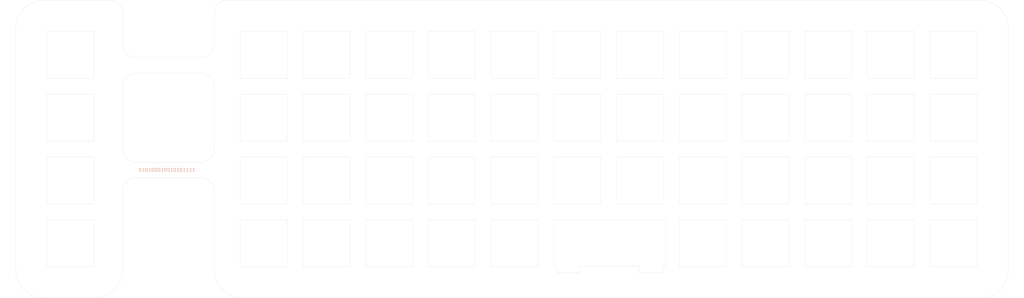
<source format=kicad_pcb>
(kicad_pcb (version 20171130) (host pcbnew 5.1.6)

  (general
    (thickness 1.6)
    (drawings 246)
    (tracks 0)
    (zones 0)
    (modules 20)
    (nets 1)
  )

  (page A3)
  (layers
    (0 F.Cu signal)
    (31 B.Cu signal)
    (32 B.Adhes user)
    (33 F.Adhes user)
    (34 B.Paste user)
    (35 F.Paste user)
    (36 B.SilkS user)
    (37 F.SilkS user)
    (38 B.Mask user)
    (39 F.Mask user)
    (40 Dwgs.User user)
    (41 Cmts.User user)
    (42 Eco1.User user)
    (43 Eco2.User user)
    (44 Edge.Cuts user)
    (45 Margin user)
    (46 B.CrtYd user)
    (47 F.CrtYd user)
    (48 B.Fab user)
    (49 F.Fab user)
  )

  (setup
    (last_trace_width 0.25)
    (trace_clearance 0.2)
    (zone_clearance 0.508)
    (zone_45_only no)
    (trace_min 0.2)
    (via_size 0.8)
    (via_drill 0.4)
    (via_min_size 0.4)
    (via_min_drill 0.3)
    (uvia_size 0.3)
    (uvia_drill 0.1)
    (uvias_allowed no)
    (uvia_min_size 0.2)
    (uvia_min_drill 0.1)
    (edge_width 0.05)
    (segment_width 0.2)
    (pcb_text_width 0.3)
    (pcb_text_size 1.5 1.5)
    (mod_edge_width 0.12)
    (mod_text_size 1 1)
    (mod_text_width 0.15)
    (pad_size 1.524 1.524)
    (pad_drill 0.762)
    (pad_to_mask_clearance 0.05)
    (aux_axis_origin 0 0)
    (visible_elements FFFFFF7F)
    (pcbplotparams
      (layerselection 0x01000_7ffffffe)
      (usegerberextensions true)
      (usegerberattributes true)
      (usegerberadvancedattributes true)
      (creategerberjobfile false)
      (excludeedgelayer true)
      (linewidth 0.100000)
      (plotframeref false)
      (viasonmask false)
      (mode 1)
      (useauxorigin false)
      (hpglpennumber 1)
      (hpglpenspeed 20)
      (hpglpendiameter 15.000000)
      (psnegative false)
      (psa4output false)
      (plotreference false)
      (plotvalue false)
      (plotinvisibletext false)
      (padsonsilk false)
      (subtractmaskfromsilk true)
      (outputformat 5)
      (mirror false)
      (drillshape 0)
      (scaleselection 1)
      (outputdirectory "./"))
  )

  (net 0 "")

  (net_class Default "This is the default net class."
    (clearance 0.2)
    (trace_width 0.25)
    (via_dia 0.8)
    (via_drill 0.4)
    (uvia_dia 0.3)
    (uvia_drill 0.1)
  )

  (net_class Power ""
    (clearance 0.2)
    (trace_width 0.381)
    (via_dia 0.8)
    (via_drill 0.4)
    (uvia_dia 0.3)
    (uvia_drill 0.1)
  )

  (module MountingHole:MountingHole_2.2mm_M2 (layer F.Cu) (tedit 56D1B4CB) (tstamp 5EF0EBE8)
    (at 330.99375 71.4375)
    (descr "Mounting Hole 2.2mm, no annular, M2")
    (tags "mounting hole 2.2mm no annular m2")
    (attr virtual)
    (fp_text reference REF** (at 0 -3.2) (layer F.SilkS) hide
      (effects (font (size 1 1) (thickness 0.15)))
    )
    (fp_text value MountingHole_2.2mm_M2 (at 0 3.2) (layer F.Fab)
      (effects (font (size 1 1) (thickness 0.15)))
    )
    (fp_circle (center 0 0) (end 2.2 0) (layer Cmts.User) (width 0.15))
    (fp_circle (center 0 0) (end 2.45 0) (layer F.CrtYd) (width 0.05))
    (fp_text user %R (at 0.3 0) (layer F.Fab)
      (effects (font (size 1 1) (thickness 0.15)))
    )
    (pad 1 np_thru_hole circle (at 0 0) (size 2.2 2.2) (drill 2.2) (layers *.Cu *.Mask))
  )

  (module MountingHole:MountingHole_2.2mm_M2 (layer F.Cu) (tedit 56D1B4CB) (tstamp 5EF0E718)
    (at 81.75625 111.91875)
    (descr "Mounting Hole 2.2mm, no annular, M2")
    (tags "mounting hole 2.2mm no annular m2")
    (attr virtual)
    (fp_text reference REF** (at 0 -3.2) (layer F.SilkS) hide
      (effects (font (size 1 1) (thickness 0.15)))
    )
    (fp_text value MountingHole_2.2mm_M2 (at 0 3.2) (layer F.Fab)
      (effects (font (size 1 1) (thickness 0.15)))
    )
    (fp_circle (center 0 0) (end 2.2 0) (layer Cmts.User) (width 0.15))
    (fp_circle (center 0 0) (end 2.45 0) (layer F.CrtYd) (width 0.05))
    (fp_text user %R (at 0.3 0) (layer F.Fab)
      (effects (font (size 1 1) (thickness 0.15)))
    )
    (pad 1 np_thru_hole circle (at 0 0) (size 2.2 2.2) (drill 2.2) (layers *.Cu *.Mask))
  )

  (module MountingHole:MountingHole_2.2mm_M2 (layer F.Cu) (tedit 56D1B4CB) (tstamp 5EF0E718)
    (at 81.75625 30.95625)
    (descr "Mounting Hole 2.2mm, no annular, M2")
    (tags "mounting hole 2.2mm no annular m2")
    (attr virtual)
    (fp_text reference REF** (at 0 -3.2) (layer F.SilkS) hide
      (effects (font (size 1 1) (thickness 0.15)))
    )
    (fp_text value MountingHole_2.2mm_M2 (at 0 3.2) (layer F.Fab)
      (effects (font (size 1 1) (thickness 0.15)))
    )
    (fp_circle (center 0 0) (end 2.2 0) (layer Cmts.User) (width 0.15))
    (fp_circle (center 0 0) (end 2.45 0) (layer F.CrtYd) (width 0.05))
    (fp_text user %R (at 0.3 0) (layer F.Fab)
      (effects (font (size 1 1) (thickness 0.15)))
    )
    (pad 1 np_thru_hole circle (at 0 0) (size 2.2 2.2) (drill 2.2) (layers *.Cu *.Mask))
  )

  (module MountingHole:MountingHole_2.2mm_M2 (layer F.Cu) (tedit 56D1B4CB) (tstamp 5EF0E718)
    (at 351.63125 111.125)
    (descr "Mounting Hole 2.2mm, no annular, M2")
    (tags "mounting hole 2.2mm no annular m2")
    (attr virtual)
    (fp_text reference REF** (at 0 -3.2) (layer F.SilkS) hide
      (effects (font (size 1 1) (thickness 0.15)))
    )
    (fp_text value MountingHole_2.2mm_M2 (at 0 3.2) (layer F.Fab)
      (effects (font (size 1 1) (thickness 0.15)))
    )
    (fp_circle (center 0 0) (end 2.2 0) (layer Cmts.User) (width 0.15))
    (fp_circle (center 0 0) (end 2.45 0) (layer F.CrtYd) (width 0.05))
    (fp_text user %R (at 0.3 0) (layer F.Fab)
      (effects (font (size 1 1) (thickness 0.15)))
    )
    (pad 1 np_thru_hole circle (at 0 0) (size 2.2 2.2) (drill 2.2) (layers *.Cu *.Mask))
  )

  (module MountingHole:MountingHole_2.2mm_M2 (layer F.Cu) (tedit 56D1B4CB) (tstamp 5EF0E718)
    (at 352.425 71.43555)
    (descr "Mounting Hole 2.2mm, no annular, M2")
    (tags "mounting hole 2.2mm no annular m2")
    (attr virtual)
    (fp_text reference REF** (at 0 -3.2) (layer F.SilkS) hide
      (effects (font (size 1 1) (thickness 0.15)))
    )
    (fp_text value MountingHole_2.2mm_M2 (at 0 3.2) (layer F.Fab)
      (effects (font (size 1 1) (thickness 0.15)))
    )
    (fp_circle (center 0 0) (end 2.2 0) (layer Cmts.User) (width 0.15))
    (fp_circle (center 0 0) (end 2.45 0) (layer F.CrtYd) (width 0.05))
    (fp_text user %R (at 0.3 0) (layer F.Fab)
      (effects (font (size 1 1) (thickness 0.15)))
    )
    (pad 1 np_thru_hole circle (at 0 0) (size 2.2 2.2) (drill 2.2) (layers *.Cu *.Mask))
  )

  (module MountingHole:MountingHole_2.2mm_M2 (layer F.Cu) (tedit 56D1B4CB) (tstamp 5EF0E718)
    (at 351.63125 31.75)
    (descr "Mounting Hole 2.2mm, no annular, M2")
    (tags "mounting hole 2.2mm no annular m2")
    (attr virtual)
    (fp_text reference REF** (at 0 -3.2) (layer F.SilkS) hide
      (effects (font (size 1 1) (thickness 0.15)))
    )
    (fp_text value MountingHole_2.2mm_M2 (at 0 3.2) (layer F.Fab)
      (effects (font (size 1 1) (thickness 0.15)))
    )
    (fp_circle (center 0 0) (end 2.2 0) (layer Cmts.User) (width 0.15))
    (fp_circle (center 0 0) (end 2.45 0) (layer F.CrtYd) (width 0.05))
    (fp_text user %R (at 0.3 0) (layer F.Fab)
      (effects (font (size 1 1) (thickness 0.15)))
    )
    (pad 1 np_thru_hole circle (at 0 0) (size 2.2 2.2) (drill 2.2) (layers *.Cu *.Mask))
  )

  (module MountingHole:MountingHole_2.2mm_M2 (layer F.Cu) (tedit 56D1B4CB) (tstamp 5EF14269)
    (at 302.3997 111.9117)
    (descr "Mounting Hole 2.2mm, no annular, M2")
    (tags "mounting hole 2.2mm no annular m2")
    (attr virtual)
    (fp_text reference REF** (at 0 -3.2) (layer F.SilkS) hide
      (effects (font (size 1 1) (thickness 0.15)))
    )
    (fp_text value MountingHole_2.2mm_M2 (at 0 3.2) (layer F.Fab)
      (effects (font (size 1 1) (thickness 0.15)))
    )
    (fp_circle (center 0 0) (end 2.2 0) (layer Cmts.User) (width 0.15))
    (fp_circle (center 0 0) (end 2.45 0) (layer F.CrtYd) (width 0.05))
    (fp_text user %R (at 0.3 0) (layer F.Fab)
      (effects (font (size 1 1) (thickness 0.15)))
    )
    (pad 1 np_thru_hole circle (at 0 0) (size 2.2 2.2) (drill 2.2) (layers *.Cu *.Mask))
  )

  (module MountingHole:MountingHole_2.2mm_M2 (layer F.Cu) (tedit 56D1B4CB) (tstamp 5EF14269)
    (at 245.2533 111.9117)
    (descr "Mounting Hole 2.2mm, no annular, M2")
    (tags "mounting hole 2.2mm no annular m2")
    (attr virtual)
    (fp_text reference REF** (at 0 -3.2) (layer F.SilkS) hide
      (effects (font (size 1 1) (thickness 0.15)))
    )
    (fp_text value MountingHole_2.2mm_M2 (at 0 3.2) (layer F.Fab)
      (effects (font (size 1 1) (thickness 0.15)))
    )
    (fp_circle (center 0 0) (end 2.2 0) (layer Cmts.User) (width 0.15))
    (fp_circle (center 0 0) (end 2.45 0) (layer F.CrtYd) (width 0.05))
    (fp_text user %R (at 0.3 0) (layer F.Fab)
      (effects (font (size 1 1) (thickness 0.15)))
    )
    (pad 1 np_thru_hole circle (at 0 0) (size 2.2 2.2) (drill 2.2) (layers *.Cu *.Mask))
  )

  (module MountingHole:MountingHole_2.2mm_M2 (layer F.Cu) (tedit 56D1B4CB) (tstamp 5EF14269)
    (at 302.3997 30.9543)
    (descr "Mounting Hole 2.2mm, no annular, M2")
    (tags "mounting hole 2.2mm no annular m2")
    (attr virtual)
    (fp_text reference REF** (at 0 -3.2) (layer F.SilkS) hide
      (effects (font (size 1 1) (thickness 0.15)))
    )
    (fp_text value MountingHole_2.2mm_M2 (at 0 3.2) (layer F.Fab)
      (effects (font (size 1 1) (thickness 0.15)))
    )
    (fp_circle (center 0 0) (end 2.2 0) (layer Cmts.User) (width 0.15))
    (fp_circle (center 0 0) (end 2.45 0) (layer F.CrtYd) (width 0.05))
    (fp_text user %R (at 0.3 0) (layer F.Fab)
      (effects (font (size 1 1) (thickness 0.15)))
    )
    (pad 1 np_thru_hole circle (at 0 0) (size 2.2 2.2) (drill 2.2) (layers *.Cu *.Mask))
  )

  (module MountingHole:MountingHole_2.2mm_M2 (layer F.Cu) (tedit 56D1B4CB) (tstamp 5EF14248)
    (at 245.2533 30.9543)
    (descr "Mounting Hole 2.2mm, no annular, M2")
    (tags "mounting hole 2.2mm no annular m2")
    (attr virtual)
    (fp_text reference REF** (at 0 -3.2) (layer F.SilkS) hide
      (effects (font (size 1 1) (thickness 0.15)))
    )
    (fp_text value MountingHole_2.2mm_M2 (at 0 3.2) (layer F.Fab)
      (effects (font (size 1 1) (thickness 0.15)))
    )
    (fp_circle (center 0 0) (end 2.2 0) (layer Cmts.User) (width 0.15))
    (fp_circle (center 0 0) (end 2.45 0) (layer F.CrtYd) (width 0.05))
    (fp_text user %R (at 0.3 0) (layer F.Fab)
      (effects (font (size 1 1) (thickness 0.15)))
    )
    (pad 1 np_thru_hole circle (at 0 0) (size 2.2 2.2) (drill 2.2) (layers *.Cu *.Mask))
  )

  (module MountingHole:MountingHole_2.2mm_M2 (layer F.Cu) (tedit 56D1B4CB) (tstamp 5EF14232)
    (at 235.7289 71.433)
    (descr "Mounting Hole 2.2mm, no annular, M2")
    (tags "mounting hole 2.2mm no annular m2")
    (attr virtual)
    (fp_text reference REF** (at 0 -3.2) (layer F.SilkS) hide
      (effects (font (size 1 1) (thickness 0.15)))
    )
    (fp_text value MountingHole_2.2mm_M2 (at 0 3.2) (layer F.Fab)
      (effects (font (size 1 1) (thickness 0.15)))
    )
    (fp_circle (center 0 0) (end 2.2 0) (layer Cmts.User) (width 0.15))
    (fp_circle (center 0 0) (end 2.45 0) (layer F.CrtYd) (width 0.05))
    (fp_text user %R (at 0.3 0) (layer F.Fab)
      (effects (font (size 1 1) (thickness 0.15)))
    )
    (pad 1 np_thru_hole circle (at 0 0) (size 2.2 2.2) (drill 2.2) (layers *.Cu *.Mask))
  )

  (module MountingHole:MountingHole_2.2mm_M2 (layer F.Cu) (tedit 56D1B4CB) (tstamp 5EF14184)
    (at 60.3212 71.433)
    (descr "Mounting Hole 2.2mm, no annular, M2")
    (tags "mounting hole 2.2mm no annular m2")
    (attr virtual)
    (fp_text reference REF** (at 0 -3.2) (layer F.SilkS) hide
      (effects (font (size 1 1) (thickness 0.15)))
    )
    (fp_text value MountingHole_2.2mm_M2 (at 0 3.2) (layer F.Fab)
      (effects (font (size 1 1) (thickness 0.15)))
    )
    (fp_circle (center 0 0) (end 2.2 0) (layer Cmts.User) (width 0.15))
    (fp_circle (center 0 0) (end 2.45 0) (layer F.CrtYd) (width 0.05))
    (fp_text user %R (at 0.3 0) (layer F.Fab)
      (effects (font (size 1 1) (thickness 0.15)))
    )
    (pad 1 np_thru_hole circle (at 0 0) (size 2.2 2.2) (drill 2.2) (layers *.Cu *.Mask))
  )

  (module MountingHole:MountingHole_2.2mm_M2 (layer F.Cu) (tedit 56D1B4CB) (tstamp 5EF1404E)
    (at 188.1069 111.9117)
    (descr "Mounting Hole 2.2mm, no annular, M2")
    (tags "mounting hole 2.2mm no annular m2")
    (attr virtual)
    (fp_text reference REF** (at 0 -3.2) (layer F.SilkS) hide
      (effects (font (size 1 1) (thickness 0.15)))
    )
    (fp_text value MountingHole_2.2mm_M2 (at 0 3.2) (layer F.Fab)
      (effects (font (size 1 1) (thickness 0.15)))
    )
    (fp_circle (center 0 0) (end 2.2 0) (layer Cmts.User) (width 0.15))
    (fp_circle (center 0 0) (end 2.45 0) (layer F.CrtYd) (width 0.05))
    (fp_text user %R (at 0.3 0) (layer F.Fab)
      (effects (font (size 1 1) (thickness 0.15)))
    )
    (pad 1 np_thru_hole circle (at 0 0) (size 2.2 2.2) (drill 2.2) (layers *.Cu *.Mask))
  )

  (module MountingHole:MountingHole_2.2mm_M2 (layer F.Cu) (tedit 56D1B4CB) (tstamp 5EF13F80)
    (at 188.1069 30.9543)
    (descr "Mounting Hole 2.2mm, no annular, M2")
    (tags "mounting hole 2.2mm no annular m2")
    (attr virtual)
    (fp_text reference REF** (at 0 -3.2) (layer F.SilkS) hide
      (effects (font (size 1 1) (thickness 0.15)))
    )
    (fp_text value MountingHole_2.2mm_M2 (at 0 3.2) (layer F.Fab)
      (effects (font (size 1 1) (thickness 0.15)))
    )
    (fp_circle (center 0 0) (end 2.2 0) (layer Cmts.User) (width 0.15))
    (fp_circle (center 0 0) (end 2.45 0) (layer F.CrtYd) (width 0.05))
    (fp_text user %R (at 0.3 0) (layer F.Fab)
      (effects (font (size 1 1) (thickness 0.15)))
    )
    (pad 1 np_thru_hole circle (at 0 0) (size 2.2 2.2) (drill 2.2) (layers *.Cu *.Mask))
  )

  (module MountingHole:MountingHole_2.2mm_M2 (layer F.Cu) (tedit 56D1B4CB) (tstamp 5EF13F08)
    (at 130.9605 111.9117)
    (descr "Mounting Hole 2.2mm, no annular, M2")
    (tags "mounting hole 2.2mm no annular m2")
    (attr virtual)
    (fp_text reference REF** (at 0 -3.2) (layer F.SilkS) hide
      (effects (font (size 1 1) (thickness 0.15)))
    )
    (fp_text value MountingHole_2.2mm_M2 (at 0 3.2) (layer F.Fab)
      (effects (font (size 1 1) (thickness 0.15)))
    )
    (fp_circle (center 0 0) (end 2.2 0) (layer Cmts.User) (width 0.15))
    (fp_circle (center 0 0) (end 2.45 0) (layer F.CrtYd) (width 0.05))
    (fp_text user %R (at 0.3 0) (layer F.Fab)
      (effects (font (size 1 1) (thickness 0.15)))
    )
    (pad 1 np_thru_hole circle (at 0 0) (size 2.2 2.2) (drill 2.2) (layers *.Cu *.Mask))
  )

  (module MountingHole:MountingHole_2.2mm_M2 (layer F.Cu) (tedit 56D1B4CB) (tstamp 5EF13E90)
    (at 130.9605 30.9543)
    (descr "Mounting Hole 2.2mm, no annular, M2")
    (tags "mounting hole 2.2mm no annular m2")
    (attr virtual)
    (fp_text reference REF** (at 0 -3.2) (layer F.SilkS) hide
      (effects (font (size 1 1) (thickness 0.15)))
    )
    (fp_text value MountingHole_2.2mm_M2 (at 0 3.2) (layer F.Fab)
      (effects (font (size 1 1) (thickness 0.15)))
    )
    (fp_circle (center 0 0) (end 2.2 0) (layer Cmts.User) (width 0.15))
    (fp_circle (center 0 0) (end 2.45 0) (layer F.CrtYd) (width 0.05))
    (fp_text user %R (at 0.3 0) (layer F.Fab)
      (effects (font (size 1 1) (thickness 0.15)))
    )
    (pad 1 np_thru_hole circle (at 0 0) (size 2.2 2.2) (drill 2.2) (layers *.Cu *.Mask))
  )

  (module MountingHole:MountingHole_2.2mm_M2 (layer F.Cu) (tedit 56D1B4CB) (tstamp 5EF13E18)
    (at 61.11875 31.75)
    (descr "Mounting Hole 2.2mm, no annular, M2")
    (tags "mounting hole 2.2mm no annular m2")
    (attr virtual)
    (fp_text reference REF** (at 0 -3.2) (layer F.SilkS) hide
      (effects (font (size 1 1) (thickness 0.15)))
    )
    (fp_text value MountingHole_2.2mm_M2 (at 0 3.2) (layer F.Fab)
      (effects (font (size 1 1) (thickness 0.15)))
    )
    (fp_circle (center 0 0) (end 2.2 0) (layer Cmts.User) (width 0.15))
    (fp_circle (center 0 0) (end 2.45 0) (layer F.CrtYd) (width 0.05))
    (fp_text user %R (at 0.3 0) (layer F.Fab)
      (effects (font (size 1 1) (thickness 0.15)))
    )
    (pad 1 np_thru_hole circle (at 0 0) (size 2.2 2.2) (drill 2.2) (layers *.Cu *.Mask))
  )

  (module MountingHole:MountingHole_2.2mm_M2 (layer F.Cu) (tedit 56D1B4CB) (tstamp 5EF13DA0)
    (at 61.11875 111.125)
    (descr "Mounting Hole 2.2mm, no annular, M2")
    (tags "mounting hole 2.2mm no annular m2")
    (attr virtual)
    (fp_text reference REF** (at 0 -3.2) (layer F.SilkS) hide
      (effects (font (size 1 1) (thickness 0.15)))
    )
    (fp_text value MountingHole_2.2mm_M2 (at 0 3.2) (layer F.Fab)
      (effects (font (size 1 1) (thickness 0.15)))
    )
    (fp_circle (center 0 0) (end 2.2 0) (layer Cmts.User) (width 0.15))
    (fp_circle (center 0 0) (end 2.45 0) (layer F.CrtYd) (width 0.05))
    (fp_text user %R (at 0.3 0) (layer F.Fab)
      (effects (font (size 1 1) (thickness 0.15)))
    )
    (pad 1 np_thru_hole circle (at 0 0) (size 2.2 2.2) (drill 2.2) (layers *.Cu *.Mask))
  )

  (module MountingHole:MountingHole_2.2mm_M2 (layer F.Cu) (tedit 56D1B4CB) (tstamp 5EF13D4B)
    (at 140.4849 71.433)
    (descr "Mounting Hole 2.2mm, no annular, M2")
    (tags "mounting hole 2.2mm no annular m2")
    (attr virtual)
    (fp_text reference REF** (at 0 -3.2) (layer F.SilkS) hide
      (effects (font (size 1 1) (thickness 0.15)))
    )
    (fp_text value MountingHole_2.2mm_M2 (at 0 3.2) (layer F.Fab)
      (effects (font (size 1 1) (thickness 0.15)))
    )
    (fp_circle (center 0 0) (end 2.2 0) (layer Cmts.User) (width 0.15))
    (fp_circle (center 0 0) (end 2.45 0) (layer F.CrtYd) (width 0.05))
    (fp_text user %R (at 0.3 0) (layer F.Fab)
      (effects (font (size 1 1) (thickness 0.15)))
    )
    (pad 1 np_thru_hole circle (at 0 0) (size 2.2 2.2) (drill 2.2) (layers *.Cu *.Mask))
  )

  (module MountingHole:MountingHole_2.2mm_M2 (layer F.Cu) (tedit 56D1B4CB) (tstamp 5EF13C91)
    (at 81.7511 71.433)
    (descr "Mounting Hole 2.2mm, no annular, M2")
    (tags "mounting hole 2.2mm no annular m2")
    (attr virtual)
    (fp_text reference REF** (at 0 -3.2) (layer F.SilkS) hide
      (effects (font (size 1 1) (thickness 0.15)))
    )
    (fp_text value MountingHole_2.2mm_M2 (at 0 3.2) (layer F.Fab)
      (effects (font (size 1 1) (thickness 0.15)))
    )
    (fp_circle (center 0 0) (end 2.2 0) (layer Cmts.User) (width 0.15))
    (fp_circle (center 0 0) (end 2.45 0) (layer F.CrtYd) (width 0.05))
    (fp_text user %R (at 0.3 0) (layer F.Fab)
      (effects (font (size 1 1) (thickness 0.15)))
    )
    (pad 1 np_thru_hole circle (at 0 0) (size 2.2 2.2) (drill 2.2) (layers *.Cu *.Mask))
  )

  (gr_line (start 119.8487 26.1921) (end 348.4343 26.1921) (layer Edge.Cuts) (width 0.05) (tstamp 5F8467D4))
  (gr_line (start 219 107) (end 219 93) (layer Edge.Cuts) (width 0.05) (tstamp 5F846783))
  (gr_line (start 220 107) (end 219 107) (layer Edge.Cuts) (width 0.05))
  (gr_line (start 220 109) (end 220 107) (layer Edge.Cuts) (width 0.05))
  (gr_line (start 227 109) (end 220 109) (layer Edge.Cuts) (width 0.05))
  (gr_line (start 227 107) (end 227 109) (layer Edge.Cuts) (width 0.05))
  (gr_line (start 245 107) (end 227 107) (layer Edge.Cuts) (width 0.05))
  (gr_line (start 245 109) (end 245 107) (layer Edge.Cuts) (width 0.05))
  (gr_line (start 252 109) (end 245 109) (layer Edge.Cuts) (width 0.05))
  (gr_line (start 252 107) (end 252 109) (layer Edge.Cuts) (width 0.05))
  (gr_line (start 253 107) (end 252 107) (layer Edge.Cuts) (width 0.05))
  (gr_line (start 253 93) (end 253 107) (layer Edge.Cuts) (width 0.05))
  (gr_line (start 219 93) (end 253 93) (layer Edge.Cuts) (width 0.05))
  (gr_line (start 84.1322 26.1921) (end 64.2897 26.1921) (layer Edge.Cuts) (width 0.05) (tstamp 5F8463B1))
  (gr_line (start 88.1007 39.685) (end 88.1007 30.1606) (layer Edge.Cuts) (width 0.05) (tstamp 5F8463AE))
  (gr_line (start 115.8802 30.1606) (end 115.8802 39.685) (layer Edge.Cuts) (width 0.05) (tstamp 5F8463AB))
  (gr_arc (start 84.1322 30.1606) (end 88.1007 30.1606) (angle -90) (layer Edge.Cuts) (width 0.05) (tstamp 5F846307))
  (gr_arc (start 119.8487 30.1606) (end 119.8487 26.1921) (angle -90) (layer Edge.Cuts) (width 0.05) (tstamp 5F8462F8))
  (gr_arc (start 92.0692 39.685) (end 88.1007 39.685) (angle -90) (layer Edge.Cuts) (width 0.05) (tstamp 5F84618C))
  (gr_arc (start 111.9117 39.685) (end 111.9117 43.6535) (angle -90) (layer Edge.Cuts) (width 0.05) (tstamp 5F84618B))
  (gr_line (start 111.9117 43.6535) (end 92.0692 43.6535) (layer Edge.Cuts) (width 0.05) (tstamp 5F84618A))
  (gr_text 111101010010001010 (at 101.6 77.7875) (layer B.SilkS)
    (effects (font (size 1 1) (thickness 0.15) italic) (justify mirror))
  )
  (gr_line (start 348.4343 116.6739) (end 124.6109 116.6739) (layer Edge.Cuts) (width 0.05) (tstamp 5EF0DA32))
  (gr_line (start 64.2897 116.6739) (end 79.37 116.6739) (layer Edge.Cuts) (width 0.05) (tstamp 5EF0DA31))
  (gr_line (start 88.1007 84.1322) (end 88.1007 107.9432) (layer Edge.Cuts) (width 0.05) (tstamp 5EF0DA30))
  (gr_line (start 115.8802 84.1322) (end 115.8802 107.9432) (layer Edge.Cuts) (width 0.05) (tstamp 5EF0DA2F))
  (gr_arc (start 124.6109 107.9432) (end 115.8802 107.9432) (angle -90) (layer Edge.Cuts) (width 0.05))
  (gr_arc (start 79.37 107.9432) (end 79.37 116.6739) (angle -90) (layer Edge.Cuts) (width 0.05))
  (gr_line (start 214.299 107.1495) (end 200.0124 107.1495) (layer Edge.Cuts) (width 0.05) (tstamp 5EF0D832))
  (gr_line (start 271.4454 107.1495) (end 257.1588 107.1495) (layer Edge.Cuts) (width 0.05) (tstamp 5EF0D83A))
  (gr_line (start 271.4454 92.8629) (end 271.4454 107.1495) (layer Edge.Cuts) (width 0.05) (tstamp 5EF0D824))
  (gr_line (start 257.1588 92.8629) (end 271.4454 92.8629) (layer Edge.Cuts) (width 0.05) (tstamp 5EF0D82C))
  (gr_line (start 309.543 92.8629) (end 309.543 107.1495) (layer Edge.Cuts) (width 0.05) (tstamp 5EF0D837))
  (gr_line (start 290.4942 92.8629) (end 290.4942 107.1495) (layer Edge.Cuts) (width 0.05) (tstamp 5EF0D846))
  (gr_line (start 214.299 92.8629) (end 214.299 107.1495) (layer Edge.Cuts) (width 0.05) (tstamp 5EF0D830))
  (gr_line (start 180.9636 92.8629) (end 195.2502 92.8629) (layer Edge.Cuts) (width 0.05) (tstamp 5EF0D83E))
  (gr_line (start 157.1526 107.1495) (end 142.866 107.1495) (layer Edge.Cuts) (width 0.05) (tstamp 5EF0D839))
  (gr_line (start 123.8172 92.8629) (end 138.1038 92.8629) (layer Edge.Cuts) (width 0.05) (tstamp 5EF0D844))
  (gr_line (start 142.866 92.8629) (end 157.1526 92.8629) (layer Edge.Cuts) (width 0.05) (tstamp 5EF0D836))
  (gr_line (start 176.2014 107.1495) (end 161.9148 107.1495) (layer Edge.Cuts) (width 0.05) (tstamp 5EF0D826))
  (gr_line (start 276.2076 92.8629) (end 290.4942 92.8629) (layer Edge.Cuts) (width 0.05) (tstamp 5EF0D81B))
  (gr_line (start 309.543 107.1495) (end 295.2564 107.1495) (layer Edge.Cuts) (width 0.05) (tstamp 5EF0D820))
  (gr_line (start 195.2502 92.8629) (end 195.2502 107.1495) (layer Edge.Cuts) (width 0.05) (tstamp 5EF0D835))
  (gr_line (start 290.4942 107.1495) (end 276.2076 107.1495) (layer Edge.Cuts) (width 0.05) (tstamp 5EF0D847))
  (gr_line (start 180.9636 107.1495) (end 180.9636 92.8629) (layer Edge.Cuts) (width 0.05) (tstamp 5EF0D81A))
  (gr_line (start 333.354 107.1495) (end 333.354 92.8629) (layer Edge.Cuts) (width 0.05) (tstamp 5EF0D81C))
  (gr_line (start 347.6406 92.8629) (end 347.6406 107.1495) (layer Edge.Cuts) (width 0.05) (tstamp 5EF0D83B))
  (gr_line (start 328.5918 107.1495) (end 314.3052 107.1495) (layer Edge.Cuts) (width 0.05) (tstamp 5EF0D848))
  (gr_line (start 200.0124 92.8629) (end 214.299 92.8629) (layer Edge.Cuts) (width 0.05) (tstamp 5EF0D822))
  (gr_line (start 257.1588 92.8629) (end 257.1588 107.1495) (layer Edge.Cuts) (width 0.05) (tstamp 5EF0D834))
  (gr_line (start 123.8172 107.1495) (end 123.8172 92.8629) (layer Edge.Cuts) (width 0.05) (tstamp 5EF0D83D))
  (gr_line (start 314.3052 107.1495) (end 314.3052 92.8629) (layer Edge.Cuts) (width 0.05) (tstamp 5EF0D845))
  (gr_line (start 295.2564 107.1495) (end 295.2564 92.8629) (layer Edge.Cuts) (width 0.05) (tstamp 5EF0D819))
  (gr_line (start 161.9148 92.8629) (end 176.2014 92.8629) (layer Edge.Cuts) (width 0.05) (tstamp 5EF0D81E))
  (gr_line (start 295.2564 92.8629) (end 309.543 92.8629) (layer Edge.Cuts) (width 0.05) (tstamp 5EF0D829))
  (gr_line (start 161.9148 107.1495) (end 161.9148 92.8629) (layer Edge.Cuts) (width 0.05) (tstamp 5EF0D831))
  (gr_line (start 347.6406 107.1495) (end 333.354 107.1495) (layer Edge.Cuts) (width 0.05) (tstamp 5EF0D82E))
  (gr_line (start 314.3052 92.8629) (end 328.5918 92.8629) (layer Edge.Cuts) (width 0.05) (tstamp 5EF0D842))
  (gr_line (start 200.0124 107.1495) (end 200.0124 92.8629) (layer Edge.Cuts) (width 0.05) (tstamp 5EF0D823))
  (gr_line (start 142.866 107.1495) (end 142.866 92.8629) (layer Edge.Cuts) (width 0.05) (tstamp 5EF0D825))
  (gr_line (start 157.1526 92.8629) (end 157.1526 107.1495) (layer Edge.Cuts) (width 0.05) (tstamp 5EF0D840))
  (gr_line (start 195.2502 107.1495) (end 180.9636 107.1495) (layer Edge.Cuts) (width 0.05) (tstamp 5EF0D81F))
  (gr_line (start 328.5918 92.8629) (end 328.5918 107.1495) (layer Edge.Cuts) (width 0.05) (tstamp 5EF0D82F))
  (gr_line (start 138.1038 92.8629) (end 138.1038 107.1495) (layer Edge.Cuts) (width 0.05) (tstamp 5EF0D838))
  (gr_line (start 333.354 92.8629) (end 347.6406 92.8629) (layer Edge.Cuts) (width 0.05) (tstamp 5EF0D83F))
  (gr_line (start 138.1038 107.1495) (end 123.8172 107.1495) (layer Edge.Cuts) (width 0.05) (tstamp 5EF0D828))
  (gr_line (start 176.2014 92.8629) (end 176.2014 107.1495) (layer Edge.Cuts) (width 0.05) (tstamp 5EF0D82D))
  (gr_line (start 276.2076 107.1495) (end 276.2076 92.8629) (layer Edge.Cuts) (width 0.05) (tstamp 5EF0D841))
  (gr_line (start 295.2564 50.0031) (end 295.2564 35.7165) (layer Edge.Cuts) (width 0.05) (tstamp 5EF0D5F5))
  (gr_line (start 180.9636 50.0031) (end 180.9636 35.7165) (layer Edge.Cuts) (width 0.05) (tstamp 5EF0D476))
  (gr_line (start 276.2076 35.7165) (end 290.4942 35.7165) (layer Edge.Cuts) (width 0.05))
  (gr_line (start 333.354 50.0031) (end 333.354 35.7165) (layer Edge.Cuts) (width 0.05) (tstamp 5EF0D608))
  (gr_line (start 233.3478 50.0031) (end 219.0612 50.0031) (layer Edge.Cuts) (width 0.05))
  (gr_line (start 161.9148 35.7165) (end 176.2014 35.7165) (layer Edge.Cuts) (width 0.05))
  (gr_line (start 195.2502 50.0031) (end 180.9636 50.0031) (layer Edge.Cuts) (width 0.05))
  (gr_line (start 309.543 50.0031) (end 295.2564 50.0031) (layer Edge.Cuts) (width 0.05))
  (gr_line (start 238.11 35.7165) (end 252.3966 35.7165) (layer Edge.Cuts) (width 0.05))
  (gr_line (start 200.0124 35.7165) (end 214.299 35.7165) (layer Edge.Cuts) (width 0.05))
  (gr_line (start 200.0124 50.0031) (end 200.0124 35.7165) (layer Edge.Cuts) (width 0.05) (tstamp 5EF0D502))
  (gr_line (start 271.4454 35.7165) (end 271.4454 50.0031) (layer Edge.Cuts) (width 0.05))
  (gr_line (start 142.866 50.0031) (end 142.866 35.7165) (layer Edge.Cuts) (width 0.05) (tstamp 5EF0D42F))
  (gr_line (start 176.2014 50.0031) (end 161.9148 50.0031) (layer Edge.Cuts) (width 0.05))
  (gr_line (start 219.0612 50.0031) (end 219.0612 35.7165) (layer Edge.Cuts) (width 0.05) (tstamp 5EF0D5A2))
  (gr_line (start 138.1038 50.0031) (end 123.8172 50.0031) (layer Edge.Cuts) (width 0.05))
  (gr_line (start 295.2564 35.7165) (end 309.543 35.7165) (layer Edge.Cuts) (width 0.05))
  (gr_line (start 252.3966 35.7165) (end 252.3966 50.0031) (layer Edge.Cuts) (width 0.05))
  (gr_line (start 233.3478 35.7165) (end 233.3478 50.0031) (layer Edge.Cuts) (width 0.05))
  (gr_line (start 257.1588 35.7165) (end 271.4454 35.7165) (layer Edge.Cuts) (width 0.05))
  (gr_line (start 176.2014 35.7165) (end 176.2014 50.0031) (layer Edge.Cuts) (width 0.05))
  (gr_line (start 347.6406 50.0031) (end 333.354 50.0031) (layer Edge.Cuts) (width 0.05))
  (gr_line (start 328.5918 35.7165) (end 328.5918 50.0031) (layer Edge.Cuts) (width 0.05))
  (gr_line (start 214.299 35.7165) (end 214.299 50.0031) (layer Edge.Cuts) (width 0.05))
  (gr_line (start 161.9148 50.0031) (end 161.9148 35.7165) (layer Edge.Cuts) (width 0.05) (tstamp 5EF0D439))
  (gr_line (start 214.299 50.0031) (end 200.0124 50.0031) (layer Edge.Cuts) (width 0.05))
  (gr_line (start 252.3966 50.0031) (end 238.11 50.0031) (layer Edge.Cuts) (width 0.05))
  (gr_line (start 257.1588 35.7165) (end 257.1588 50.0031) (layer Edge.Cuts) (width 0.05) (tstamp 5EF0D5D0))
  (gr_line (start 195.2502 35.7165) (end 195.2502 50.0031) (layer Edge.Cuts) (width 0.05))
  (gr_line (start 142.866 35.7165) (end 157.1526 35.7165) (layer Edge.Cuts) (width 0.05))
  (gr_line (start 309.543 35.7165) (end 309.543 50.0031) (layer Edge.Cuts) (width 0.05))
  (gr_line (start 138.1038 35.7165) (end 138.1038 50.0031) (layer Edge.Cuts) (width 0.05))
  (gr_line (start 157.1526 50.0031) (end 142.866 50.0031) (layer Edge.Cuts) (width 0.05))
  (gr_line (start 271.4454 50.0031) (end 257.1588 50.0031) (layer Edge.Cuts) (width 0.05))
  (gr_line (start 347.6406 35.7165) (end 347.6406 50.0031) (layer Edge.Cuts) (width 0.05))
  (gr_line (start 219.0612 35.7165) (end 233.3478 35.7165) (layer Edge.Cuts) (width 0.05))
  (gr_line (start 123.8172 50.0031) (end 123.8172 35.7165) (layer Edge.Cuts) (width 0.05) (tstamp 5EF0D426))
  (gr_line (start 180.9636 35.7165) (end 195.2502 35.7165) (layer Edge.Cuts) (width 0.05))
  (gr_line (start 333.354 35.7165) (end 347.6406 35.7165) (layer Edge.Cuts) (width 0.05))
  (gr_line (start 157.1526 35.7165) (end 157.1526 50.0031) (layer Edge.Cuts) (width 0.05))
  (gr_line (start 276.2076 50.0031) (end 276.2076 35.7165) (layer Edge.Cuts) (width 0.05) (tstamp 5EF0D5EF))
  (gr_line (start 314.3052 35.7165) (end 328.5918 35.7165) (layer Edge.Cuts) (width 0.05))
  (gr_line (start 238.11 50.0031) (end 238.11 35.7165) (layer Edge.Cuts) (width 0.05) (tstamp 5EF0D5A9))
  (gr_line (start 123.8172 35.7165) (end 138.1038 35.7165) (layer Edge.Cuts) (width 0.05))
  (gr_line (start 314.3052 50.0031) (end 314.3052 35.7165) (layer Edge.Cuts) (width 0.05) (tstamp 5EF0D5FC))
  (gr_line (start 290.4942 35.7165) (end 290.4942 50.0031) (layer Edge.Cuts) (width 0.05))
  (gr_line (start 290.4942 50.0031) (end 276.2076 50.0031) (layer Edge.Cuts) (width 0.05))
  (gr_line (start 328.5918 50.0031) (end 314.3052 50.0031) (layer Edge.Cuts) (width 0.05))
  (gr_line (start 180.9636 88.1007) (end 180.9636 73.8141) (layer Edge.Cuts) (width 0.05) (tstamp 5EF0D7DB))
  (gr_line (start 195.2502 73.8141) (end 195.2502 88.1007) (layer Edge.Cuts) (width 0.05) (tstamp 5EF0D7DA))
  (gr_line (start 195.2502 88.1007) (end 180.9636 88.1007) (layer Edge.Cuts) (width 0.05) (tstamp 5EF0D7D9))
  (gr_line (start 180.9636 73.8141) (end 195.2502 73.8141) (layer Edge.Cuts) (width 0.05) (tstamp 5EF0D7D8))
  (gr_line (start 252.3966 88.1007) (end 238.11 88.1007) (layer Edge.Cuts) (width 0.05) (tstamp 5EF0D75F))
  (gr_line (start 328.5918 88.1007) (end 314.3052 88.1007) (layer Edge.Cuts) (width 0.05) (tstamp 5EF0D76C))
  (gr_line (start 233.3478 88.1007) (end 219.0612 88.1007) (layer Edge.Cuts) (width 0.05) (tstamp 5EF0D750))
  (gr_line (start 214.299 88.1007) (end 200.0124 88.1007) (layer Edge.Cuts) (width 0.05) (tstamp 5EF0D75E))
  (gr_line (start 309.543 88.1007) (end 295.2564 88.1007) (layer Edge.Cuts) (width 0.05) (tstamp 5EF0D751))
  (gr_line (start 271.4454 88.1007) (end 257.1588 88.1007) (layer Edge.Cuts) (width 0.05) (tstamp 5EF0D762))
  (gr_line (start 290.4942 88.1007) (end 276.2076 88.1007) (layer Edge.Cuts) (width 0.05) (tstamp 5EF0D76B))
  (gr_line (start 123.8172 73.8141) (end 138.1038 73.8141) (layer Edge.Cuts) (width 0.05) (tstamp 5EF0D7B8))
  (gr_line (start 157.1526 73.8141) (end 157.1526 88.1007) (layer Edge.Cuts) (width 0.05) (tstamp 5EF0D7B7))
  (gr_line (start 123.8172 88.1007) (end 123.8172 73.8141) (layer Edge.Cuts) (width 0.05) (tstamp 5EF0D7B6))
  (gr_line (start 157.1526 88.1007) (end 142.866 88.1007) (layer Edge.Cuts) (width 0.05) (tstamp 5EF0D7B5))
  (gr_line (start 138.1038 73.8141) (end 138.1038 88.1007) (layer Edge.Cuts) (width 0.05) (tstamp 5EF0D7B4))
  (gr_line (start 142.866 73.8141) (end 157.1526 73.8141) (layer Edge.Cuts) (width 0.05) (tstamp 5EF0D7B3))
  (gr_line (start 161.9148 88.1007) (end 161.9148 73.8141) (layer Edge.Cuts) (width 0.05) (tstamp 5EF0D7B2))
  (gr_line (start 176.2014 73.8141) (end 176.2014 88.1007) (layer Edge.Cuts) (width 0.05) (tstamp 5EF0D7B1))
  (gr_line (start 138.1038 88.1007) (end 123.8172 88.1007) (layer Edge.Cuts) (width 0.05) (tstamp 5EF0D7B0))
  (gr_line (start 176.2014 88.1007) (end 161.9148 88.1007) (layer Edge.Cuts) (width 0.05) (tstamp 5EF0D7AF))
  (gr_line (start 142.866 88.1007) (end 142.866 73.8141) (layer Edge.Cuts) (width 0.05) (tstamp 5EF0D7AE))
  (gr_line (start 161.9148 73.8141) (end 176.2014 73.8141) (layer Edge.Cuts) (width 0.05) (tstamp 5EF0D7AD))
  (gr_line (start 290.4942 73.8141) (end 290.4942 88.1007) (layer Edge.Cuts) (width 0.05) (tstamp 5EF0D76A))
  (gr_line (start 314.3052 88.1007) (end 314.3052 73.8141) (layer Edge.Cuts) (width 0.05) (tstamp 5EF0D769))
  (gr_line (start 238.11 88.1007) (end 238.11 73.8141) (layer Edge.Cuts) (width 0.05) (tstamp 5EF0D768))
  (gr_line (start 314.3052 73.8141) (end 328.5918 73.8141) (layer Edge.Cuts) (width 0.05) (tstamp 5EF0D767))
  (gr_line (start 276.2076 88.1007) (end 276.2076 73.8141) (layer Edge.Cuts) (width 0.05) (tstamp 5EF0D766))
  (gr_line (start 333.354 73.8141) (end 347.6406 73.8141) (layer Edge.Cuts) (width 0.05) (tstamp 5EF0D765))
  (gr_line (start 219.0612 73.8141) (end 233.3478 73.8141) (layer Edge.Cuts) (width 0.05) (tstamp 5EF0D764))
  (gr_line (start 347.6406 73.8141) (end 347.6406 88.1007) (layer Edge.Cuts) (width 0.05) (tstamp 5EF0D763))
  (gr_line (start 309.543 73.8141) (end 309.543 88.1007) (layer Edge.Cuts) (width 0.05) (tstamp 5EF0D761))
  (gr_line (start 257.1588 73.8141) (end 257.1588 88.1007) (layer Edge.Cuts) (width 0.05) (tstamp 5EF0D760))
  (gr_line (start 214.299 73.8141) (end 214.299 88.1007) (layer Edge.Cuts) (width 0.05) (tstamp 5EF0D75D))
  (gr_line (start 328.5918 73.8141) (end 328.5918 88.1007) (layer Edge.Cuts) (width 0.05) (tstamp 5EF0D75C))
  (gr_line (start 347.6406 88.1007) (end 333.354 88.1007) (layer Edge.Cuts) (width 0.05) (tstamp 5EF0D75B))
  (gr_line (start 257.1588 73.8141) (end 271.4454 73.8141) (layer Edge.Cuts) (width 0.05) (tstamp 5EF0D75A))
  (gr_line (start 233.3478 73.8141) (end 233.3478 88.1007) (layer Edge.Cuts) (width 0.05) (tstamp 5EF0D759))
  (gr_line (start 252.3966 73.8141) (end 252.3966 88.1007) (layer Edge.Cuts) (width 0.05) (tstamp 5EF0D758))
  (gr_line (start 295.2564 73.8141) (end 309.543 73.8141) (layer Edge.Cuts) (width 0.05) (tstamp 5EF0D757))
  (gr_line (start 219.0612 88.1007) (end 219.0612 73.8141) (layer Edge.Cuts) (width 0.05) (tstamp 5EF0D756))
  (gr_line (start 271.4454 73.8141) (end 271.4454 88.1007) (layer Edge.Cuts) (width 0.05) (tstamp 5EF0D755))
  (gr_line (start 200.0124 88.1007) (end 200.0124 73.8141) (layer Edge.Cuts) (width 0.05) (tstamp 5EF0D754))
  (gr_line (start 200.0124 73.8141) (end 214.299 73.8141) (layer Edge.Cuts) (width 0.05) (tstamp 5EF0D753))
  (gr_line (start 238.11 73.8141) (end 252.3966 73.8141) (layer Edge.Cuts) (width 0.05) (tstamp 5EF0D752))
  (gr_line (start 333.354 88.1007) (end 333.354 73.8141) (layer Edge.Cuts) (width 0.05) (tstamp 5EF0D74F))
  (gr_line (start 276.2076 73.8141) (end 290.4942 73.8141) (layer Edge.Cuts) (width 0.05) (tstamp 5EF0D74E))
  (gr_line (start 295.2564 88.1007) (end 295.2564 73.8141) (layer Edge.Cuts) (width 0.05) (tstamp 5EF0D74D))
  (gr_line (start 328.5918 69.0519) (end 314.3052 69.0519) (layer Edge.Cuts) (width 0.05) (tstamp 5EF0D76C))
  (gr_line (start 290.4942 69.0519) (end 276.2076 69.0519) (layer Edge.Cuts) (width 0.05) (tstamp 5EF0D76B))
  (gr_line (start 290.4942 54.7653) (end 290.4942 69.0519) (layer Edge.Cuts) (width 0.05) (tstamp 5EF0D76A))
  (gr_line (start 314.3052 69.0519) (end 314.3052 54.7653) (layer Edge.Cuts) (width 0.05) (tstamp 5EF0D769))
  (gr_line (start 238.11 69.0519) (end 238.11 54.7653) (layer Edge.Cuts) (width 0.05) (tstamp 5EF0D768))
  (gr_line (start 314.3052 54.7653) (end 328.5918 54.7653) (layer Edge.Cuts) (width 0.05) (tstamp 5EF0D767))
  (gr_line (start 276.2076 69.0519) (end 276.2076 54.7653) (layer Edge.Cuts) (width 0.05) (tstamp 5EF0D766))
  (gr_line (start 333.354 54.7653) (end 347.6406 54.7653) (layer Edge.Cuts) (width 0.05) (tstamp 5EF0D765))
  (gr_line (start 219.0612 54.7653) (end 233.3478 54.7653) (layer Edge.Cuts) (width 0.05) (tstamp 5EF0D764))
  (gr_line (start 347.6406 54.7653) (end 347.6406 69.0519) (layer Edge.Cuts) (width 0.05) (tstamp 5EF0D763))
  (gr_line (start 271.4454 69.0519) (end 257.1588 69.0519) (layer Edge.Cuts) (width 0.05) (tstamp 5EF0D762))
  (gr_line (start 309.543 54.7653) (end 309.543 69.0519) (layer Edge.Cuts) (width 0.05) (tstamp 5EF0D761))
  (gr_line (start 257.1588 54.7653) (end 257.1588 69.0519) (layer Edge.Cuts) (width 0.05) (tstamp 5EF0D760))
  (gr_line (start 252.3966 69.0519) (end 238.11 69.0519) (layer Edge.Cuts) (width 0.05) (tstamp 5EF0D75F))
  (gr_line (start 214.299 69.0519) (end 200.0124 69.0519) (layer Edge.Cuts) (width 0.05) (tstamp 5EF0D75E))
  (gr_line (start 214.299 54.7653) (end 214.299 69.0519) (layer Edge.Cuts) (width 0.05) (tstamp 5EF0D75D))
  (gr_line (start 328.5918 54.7653) (end 328.5918 69.0519) (layer Edge.Cuts) (width 0.05) (tstamp 5EF0D75C))
  (gr_line (start 347.6406 69.0519) (end 333.354 69.0519) (layer Edge.Cuts) (width 0.05) (tstamp 5EF0D75B))
  (gr_line (start 257.1588 54.7653) (end 271.4454 54.7653) (layer Edge.Cuts) (width 0.05) (tstamp 5EF0D75A))
  (gr_line (start 233.3478 54.7653) (end 233.3478 69.0519) (layer Edge.Cuts) (width 0.05) (tstamp 5EF0D759))
  (gr_line (start 252.3966 54.7653) (end 252.3966 69.0519) (layer Edge.Cuts) (width 0.05) (tstamp 5EF0D758))
  (gr_line (start 295.2564 54.7653) (end 309.543 54.7653) (layer Edge.Cuts) (width 0.05) (tstamp 5EF0D757))
  (gr_line (start 219.0612 69.0519) (end 219.0612 54.7653) (layer Edge.Cuts) (width 0.05) (tstamp 5EF0D756))
  (gr_line (start 271.4454 54.7653) (end 271.4454 69.0519) (layer Edge.Cuts) (width 0.05) (tstamp 5EF0D755))
  (gr_line (start 200.0124 69.0519) (end 200.0124 54.7653) (layer Edge.Cuts) (width 0.05) (tstamp 5EF0D754))
  (gr_line (start 200.0124 54.7653) (end 214.299 54.7653) (layer Edge.Cuts) (width 0.05) (tstamp 5EF0D753))
  (gr_line (start 238.11 54.7653) (end 252.3966 54.7653) (layer Edge.Cuts) (width 0.05) (tstamp 5EF0D752))
  (gr_line (start 309.543 69.0519) (end 295.2564 69.0519) (layer Edge.Cuts) (width 0.05) (tstamp 5EF0D751))
  (gr_line (start 233.3478 69.0519) (end 219.0612 69.0519) (layer Edge.Cuts) (width 0.05) (tstamp 5EF0D750))
  (gr_line (start 333.354 69.0519) (end 333.354 54.7653) (layer Edge.Cuts) (width 0.05) (tstamp 5EF0D74F))
  (gr_line (start 276.2076 54.7653) (end 290.4942 54.7653) (layer Edge.Cuts) (width 0.05) (tstamp 5EF0D74E))
  (gr_line (start 295.2564 69.0519) (end 295.2564 54.7653) (layer Edge.Cuts) (width 0.05) (tstamp 5EF0D74D))
  (gr_line (start 195.2502 54.7653) (end 195.2502 69.0519) (layer Edge.Cuts) (width 0.05) (tstamp 5EF0D72D))
  (gr_line (start 195.2502 69.0519) (end 180.9636 69.0519) (layer Edge.Cuts) (width 0.05) (tstamp 5EF0D72C))
  (gr_line (start 180.9636 54.7653) (end 195.2502 54.7653) (layer Edge.Cuts) (width 0.05) (tstamp 5EF0D72B))
  (gr_line (start 180.9636 69.0519) (end 180.9636 54.7653) (layer Edge.Cuts) (width 0.05) (tstamp 5EF0D72A))
  (gr_line (start 176.2014 54.7653) (end 176.2014 69.0519) (layer Edge.Cuts) (width 0.05) (tstamp 5EF0D72D))
  (gr_line (start 176.2014 69.0519) (end 161.9148 69.0519) (layer Edge.Cuts) (width 0.05) (tstamp 5EF0D72C))
  (gr_line (start 161.9148 54.7653) (end 176.2014 54.7653) (layer Edge.Cuts) (width 0.05) (tstamp 5EF0D72B))
  (gr_line (start 161.9148 69.0519) (end 161.9148 54.7653) (layer Edge.Cuts) (width 0.05) (tstamp 5EF0D72A))
  (gr_line (start 157.1526 54.7653) (end 157.1526 69.0519) (layer Edge.Cuts) (width 0.05) (tstamp 5EF0D72D))
  (gr_line (start 157.1526 69.0519) (end 142.866 69.0519) (layer Edge.Cuts) (width 0.05) (tstamp 5EF0D72C))
  (gr_line (start 142.866 54.7653) (end 157.1526 54.7653) (layer Edge.Cuts) (width 0.05) (tstamp 5EF0D72B))
  (gr_line (start 142.866 69.0519) (end 142.866 54.7653) (layer Edge.Cuts) (width 0.05) (tstamp 5EF0D72A))
  (gr_line (start 123.8172 54.7653) (end 124.6109 54.7653) (layer Edge.Cuts) (width 0.05) (tstamp 5EF0D6ED))
  (gr_line (start 123.8172 69.0519) (end 123.8172 54.7653) (layer Edge.Cuts) (width 0.05))
  (gr_line (start 138.1038 69.0519) (end 123.8172 69.0519) (layer Edge.Cuts) (width 0.05))
  (gr_line (start 138.1038 54.7653) (end 138.1038 69.0519) (layer Edge.Cuts) (width 0.05))
  (gr_line (start 124.6109 54.7653) (end 138.1038 54.7653) (layer Edge.Cuts) (width 0.05))
  (gr_line (start 55.559 34.9228) (end 55.559 107.9432) (layer Edge.Cuts) (width 0.05) (tstamp 5EF0D114))
  (gr_line (start 357.165 107.9432) (end 357.165 34.9228) (layer Edge.Cuts) (width 0.05) (tstamp 5EF0D0FA))
  (gr_arc (start 348.4343 107.9432) (end 348.4343 116.6739) (angle -90) (layer Edge.Cuts) (width 0.05))
  (gr_arc (start 348.4343 34.9228) (end 357.165 34.9228) (angle -90) (layer Edge.Cuts) (width 0.05))
  (gr_arc (start 64.2897 34.9228) (end 64.2897 26.1921) (angle -90) (layer Edge.Cuts) (width 0.05))
  (gr_arc (start 64.2897 107.9432) (end 55.559 107.9432) (angle -90) (layer Edge.Cuts) (width 0.05))
  (gr_line (start 65.0834 92.8629) (end 65.0875 107.15625) (layer Edge.Cuts) (width 0.05) (tstamp 5EF0CE35))
  (gr_line (start 79.37 107.1495) (end 65.0875 107.15625) (layer Edge.Cuts) (width 0.05) (tstamp 5EF0CE34))
  (gr_line (start 79.37 92.8629) (end 79.37 107.1495) (layer Edge.Cuts) (width 0.05))
  (gr_line (start 65.0834 92.8629) (end 79.37 92.8629) (layer Edge.Cuts) (width 0.05))
  (gr_line (start 65.0834 88.1007) (end 65.0834 73.8141) (layer Edge.Cuts) (width 0.05) (tstamp 5EF0CE33))
  (gr_line (start 79.37 88.1007) (end 65.0834 88.1007) (layer Edge.Cuts) (width 0.05))
  (gr_line (start 79.37 73.8141) (end 79.37 88.1007) (layer Edge.Cuts) (width 0.05))
  (gr_line (start 65.0834 73.8141) (end 79.37 73.8141) (layer Edge.Cuts) (width 0.05))
  (gr_line (start 65.0834 69.0519) (end 65.0834 54.7653) (layer Edge.Cuts) (width 0.05) (tstamp 5EF0CE32))
  (gr_line (start 79.37 69.0519) (end 65.0834 69.0519) (layer Edge.Cuts) (width 0.05))
  (gr_line (start 79.37 54.7653) (end 79.37 69.0519) (layer Edge.Cuts) (width 0.05))
  (gr_line (start 65.0834 54.7653) (end 79.37 54.7653) (layer Edge.Cuts) (width 0.05))
  (gr_line (start 92.0692 80.1637) (end 111.9117 80.1637) (layer Edge.Cuts) (width 0.05) (tstamp 5EF0CE31))
  (gr_line (start 111.9117 75.4015) (end 92.0692 75.4015) (layer Edge.Cuts) (width 0.05) (tstamp 5EF0CE30))
  (gr_line (start 115.8802 52.3842) (end 115.8802 71.433) (layer Edge.Cuts) (width 0.05) (tstamp 5EF0CE2F))
  (gr_line (start 92.0692 48.4157) (end 111.9117 48.4157) (layer Edge.Cuts) (width 0.05) (tstamp 5EF0CE2E))
  (gr_line (start 88.1007 71.433) (end 88.1007 52.3842) (layer Edge.Cuts) (width 0.05) (tstamp 5EF0CE2D))
  (gr_arc (start 92.0692 52.3842) (end 92.0692 48.4157) (angle -90) (layer Edge.Cuts) (width 0.05))
  (gr_arc (start 111.9117 52.3842) (end 115.8802 52.3842) (angle -90) (layer Edge.Cuts) (width 0.05))
  (gr_arc (start 111.9117 71.433) (end 111.9117 75.4015) (angle -90) (layer Edge.Cuts) (width 0.05))
  (gr_arc (start 92.0692 71.433) (end 88.1007 71.433) (angle -90) (layer Edge.Cuts) (width 0.05))
  (gr_arc (start 111.9117 84.1322) (end 115.8802 84.1322) (angle -90) (layer Edge.Cuts) (width 0.05))
  (gr_arc (start 92.0692 84.1322) (end 92.0692 80.1637) (angle -90) (layer Edge.Cuts) (width 0.05))
  (gr_line (start 65.0834 50.0031) (end 65.0875 35.71875) (layer Edge.Cuts) (width 0.05) (tstamp 5EF0CE10))
  (gr_line (start 79.37 50.0031) (end 65.0834 50.0031) (layer Edge.Cuts) (width 0.05))
  (gr_line (start 79.37 35.7165) (end 79.37 50.0031) (layer Edge.Cuts) (width 0.05))
  (gr_line (start 65.0875 35.71875) (end 79.37 35.7165) (layer Edge.Cuts) (width 0.05))

)

</source>
